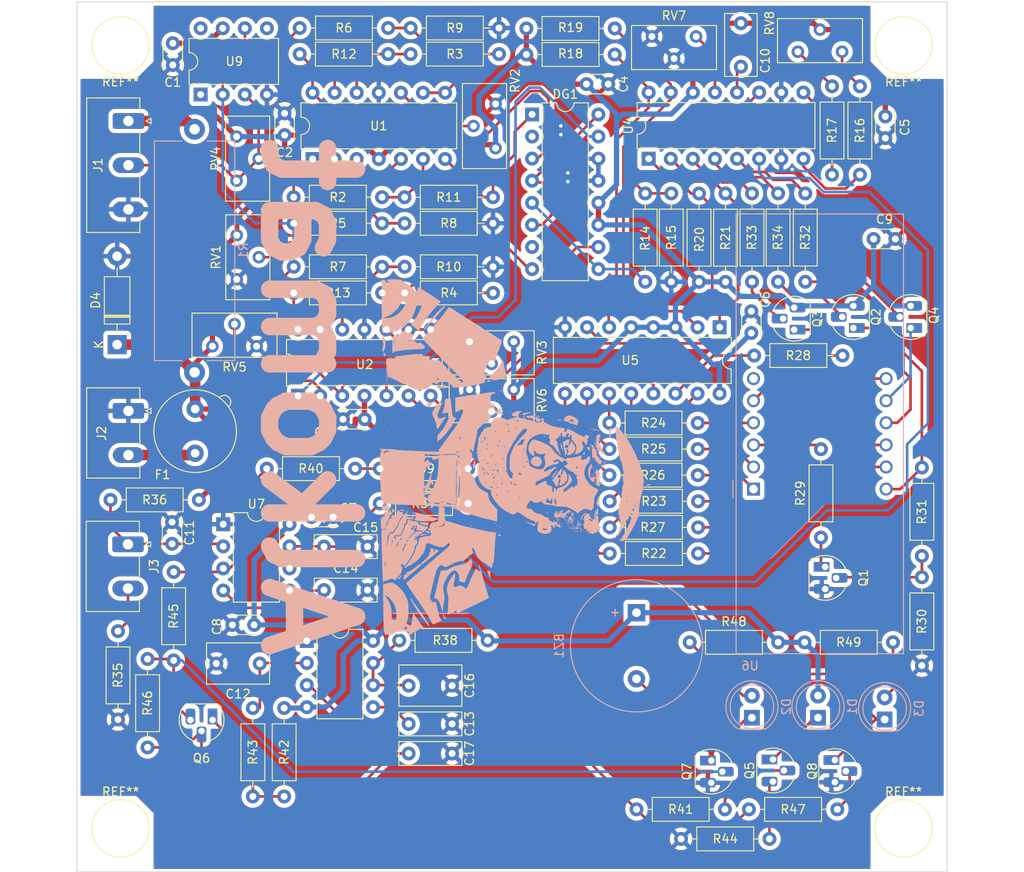
<source format=kicad_pcb>
(kicad_pcb (version 20240108) (generator "pcbnew") (generator_version "8.0")
  (layers (0 "F.Cu" signal) (31 "B.Cu" signal) (34 "B.Paste" user) (35 "F.Paste" user) (36 "B.SilkS" user "B.Silkscreen") (37 "F.SilkS" user "F.Silkscreen") (38 "B.Mask" user) (39 "F.Mask" user) (44 "Edge.Cuts" user))
  (net 0 "")
  (net 1 "+5V")
  (net 2 "Net-(BZ1-+)")
  (net 3 "GND")
  (net 4 "Net-(U4-INTEGR_CAP)")
  (net 5 "Net-(J3-Pin_1)")
  (net 6 "triger")
  (net 7 "Net-(U8-CV)")
  (net 8 "Net-(U7-CV)")
  (net 9 "Net-(U7-DIS)")
  (net 10 "Net-(U8-DIS)")
  (net 11 "Net-(Q6-B)")
  (net 12 "Net-(D1-K)")
  (net 13 "Net-(D2-A)")
  (net 14 "reset")
  (net 15 "Net-(D3-A)")
  (net 16 "signal 1")
  (net 18 "signal 2")
  (net 19 "Net-(DG1-D4)")
  (net 20 "final signal")
  (net 22 "signal 3")
  (net 23 "Net-(DG1-IN2)")
  (net 24 "Net-(DG1-IN1)")
  (net 25 "Net-(J2-Pin_2)")
  (net 26 "Net-(J1-Pin_1)")
  (net 27 "Net-(J1-Pin_2)")
  (net 28 "Net-(J3-Pin_2)")
  (net 29 "Net-(Q1-C)")
  (net 30 "Net-(Q1-B)")
  (net 31 "Net-(Q2-C)")
  (net 32 "Net-(Q2-B)")
  (net 33 "Net-(Q3-C)")
  (net 34 "Net-(Q3-B)")
  (net 35 "Net-(Q4-C)")
  (net 36 "Net-(Q4-B)")
  (net 37 "Net-(Q5-B)")
  (net 38 "Net-(Q5-E)")
  (net 39 "Net-(Q6-C)")
  (net 40 "Net-(Q6-E)")
  (net 41 "Net-(Q8-B)")
  (net 42 "Net-(U1B--)")
  (net 43 "Net-(U1A--)")
  (net 44 "Net-(U1D--)")
  (net 45 "Net-(U1C--)")
  (net 46 "Net-(U2D--)")
  (net 47 "Net-(U2C--)")
  (net 48 "Net-(U1B-+)")
  (net 49 "signal")
  (net 50 "Net-(U1D-+)")
  (net 51 "Net-(U2D-+)")
  (net 52 "Net-(U4-HIGH_INPUT)")
  (net 53 "Net-(R16-Pad1)")
  (net 54 "Net-(R16-Pad2)")
  (net 55 "Net-(R17-Pad1)")
  (net 56 "Net-(R17-Pad2)")
  (net 57 "Net-(U4-Q_{D})")
  (net 58 "Net-(U4-Q_{C})")
  (net 59 "Net-(U4-Q_{B})")
  (net 60 "Net-(U4-Q_{A})")
  (net 61 "Net-(U5-~{a})")
  (net 62 "Net-(U6-A)")
  (net 63 "Net-(U5-~{b})")
  (net 64 "Net-(U6-B)")
  (net 65 "Net-(U5-~{c})")
  (net 66 "Net-(U6-C)")
  (net 67 "Net-(U5-~{d})")
  (net 68 "Net-(U6-D)")
  (net 69 "Net-(U5-~{e})")
  (net 70 "Net-(U6-E)")
  (net 71 "Net-(U5-~{f})")
  (net 72 "Net-(U6-F)")
  (net 73 "Net-(U5-~{g})")
  (net 74 "Net-(U6-G)")
  (net 75 "Net-(U6-DP)")
  (net 76 "Net-(U4-LSD)")
  (net 77 "Net-(U4-NSD)")
  (net 78 "Net-(U4-MSD)")
  (net 79 "hold")
  (net 80 "Net-(U7-Q)")
  (net 81 "Net-(U8-Q)")
  (net 82 "Net-(U1A-+)")
  (net 83 "Net-(U1C-+)")
  (net 84 "Net-(U2C-+)")
  (net 85 "Net-(U2A--)")
  (net 86 "Net-(U2B--)")
  (net 87 "Net-(U4-GAIN_ADJ)")
  (footprint "Resistor_THT:R_Axial_DIN0207_L6.3mm_D2.5mm_P10.16mm_Horizontal" (layer "F.Cu") (at 184.5 103.32 90)
    (property "Reference" "R29")
    (property "Value" "220")
  )
  (footprint "Resistor_THT:R_Axial_DIN0207_L6.3mm_D2.5mm_P10.16mm_Horizontal" (layer "F.Cu") (at 120.8 95.4)
    (property "Reference" "R40")
    (property "Value" "5.6k")
  )
  (footprint "Capacitor_THT:C_Rect_L7.0mm_W2.5mm_P5.00mm" (layer "F.Cu") (at 127.38 104.36)
    (property "Reference" "C15")
    (property "Value" "100u")
  )
  (footprint "Resistor_THT:R_Axial_DIN0207_L6.3mm_D2.5mm_P10.16mm_Horizontal" (layer "F.Cu") (at 137.34 47.75)
    (property "Reference" "R3")
    (property "Value" "47k")
  )
  (footprint "Resistor_THT:R_Axial_DIN0207_L6.3mm_D2.5mm_P10.16mm_Horizontal" (layer "F.Cu") (at 136.64 67.2)
    (property "Reference" "R8")
    (property "Value" "16k")
  )
  (footprint "Resistor_THT:R_Axial_DIN0207_L6.3mm_D2.5mm_P10.16mm_Horizontal" (layer "F.Cu") (at 182.7 63.76 -90)
    (property "Reference" "R32")
    (property "Value" "1k")
  )
  (footprint "Capacitor_THT:C_Disc_D3.0mm_W2.0mm_P2.50mm" (layer "F.Cu") (at 132.06 89.72 180)
    (property "Reference" "C3")
    (property "Value" "100n")
  )
  (footprint "Resistor_THT:R_Axial_DIN0207_L6.3mm_D2.5mm_P10.16mm_Horizontal" (layer "F.Cu") (at 146.8 64.2 180)
    (property "Reference" "R11")
    (property "Value" "16k")
  )
  (footprint "Resistor_THT:R_Axial_DIN0207_L6.3mm_D2.5mm_P10.16mm_Horizontal" (layer "F.Cu") (at 160.18 96.15)
    (property "Reference" "R26")
    (property "Value" "220")
  )
  (footprint "Capacitor_THT:C_Disc_D3.0mm_W2.0mm_P2.50mm" (layer "F.Cu") (at 119.35 113.36 180)
    (property "Reference" "C8")
    (property "Value" "100n")
  )
  (footprint "Capacitor_THT:C_Disc_D3.0mm_W2.0mm_P2.50mm" (layer "F.Cu") (at 109.9175 104.04 90)
    (property "Reference" "C11")
    (property "Value" "100n")
  )
  (footprint "Resistor_THT:R_Axial_DIN0207_L6.3mm_D2.5mm_P10.16mm_Horizontal" (layer "F.Cu") (at 137.34 44.75)
    (property "Reference" "R9")
    (property "Value" "56k")
  )
  (footprint "Capacitor_THT:C_Disc_D3.0mm_W2.0mm_P2.50mm" (layer "F.Cu") (at 125.93 100.96)
    (property "Reference" "C7")
    (property "Value" "100n")
  )
  (footprint "Resistor_THT:R_Axial_DIN0207_L6.3mm_D2.5mm_P10.16mm_Horizontal" (layer "F.Cu") (at 102.8375 98.99)
    (property "Reference" "R36")
    (property "Value" "10k")
  )
  (footprint "Package_TO_SOT_THT:TO-92_HandSolder" (layer "F.Cu") (at 184.98 106.69 -90)
    (property "Reference" "Q1")
    (property "Value" "BC547")
  )
  (footprint "Resistor_THT:R_Axial_DIN0207_L6.3mm_D2.5mm_P10.16mm_Horizontal" (layer "F.Cu") (at 186.38 134.56 180)
    (property "Reference" "R47")
    (property "Value" "4.7k")
  )
  (footprint "Capacitor_THT:C_Disc_D3.0mm_W2.0mm_P2.50mm" (layer "F.Cu") (at 122.85 57.06 90)
    (property "Reference" "C2")
    (property "Value" "100n")
  )
  (footprint "Package_DIP:DIP-8_W7.62mm" (layer "F.Cu") (at 113.2 52.4 90)
    (property "Reference" "U9")
    (property "Value" "MCP601-xP")
  )
  (footprint "Resistor_THT:R_Axial_DIN0207_L6.3mm_D2.5mm_P10.16mm_Horizontal" (layer "F.Cu") (at 173.535 73.93 90)
    (property "Reference" "R21")
    (property "Value" "10k")
  )
  (footprint "Potentiometer_THT:Potentiometer_Bourns_3296Y_Vertical" (layer "F.Cu") (at 117.35 68.56 90)
    (property "Reference" "RV1")
    (property "Value" "10k")
  )
  (footprint "Resistor_THT:R_Axial_DIN0207_L6.3mm_D2.5mm_P10.16mm_Horizontal" (layer "F.Cu") (at 123.9 75.2)
    (property "Reference" "R13")
    (property "Value" "47k")
  )
  (footprint "Connector_Phoenix_MC_HighVoltage:ARK2" (layer "F.Cu") (at 104.9 88.76 -90)
    (property "Reference" "J2")
    (property "Value" "Power_Input")
  )
  (footprint "Resistor_THT:R_Axial_DIN0207_L6.3mm_D2.5mm_P10.16mm_Horizontal" (layer "F.Cu") (at 168.42 137.96)
    (property "Reference" "R44")
    (property "Value" "100")
  )
  (footprint "Package_DIP:DIP-16_W7.62mm" (layer "F.Cu") (at 151.3 54.685)
    (property "Reference" "DG1")
    (property "Value" "~")
  )
  (footprint "Resistor_THT:R_Axial_DIN0207_L6.3mm_D2.5mm_P10.16mm_Horizontal" (layer "F.Cu") (at 103.7 124.24 90)
    (property "Reference" "R35")
    (property "Value" "330")
  )
  (footprint "Potentiometer_THT:Potentiometer_Bourns_3296Y_Vertical" (layer "F.Cu") (at 147.1 58.56 -90)
    (property "Reference" "RV2")
    (property "Value" "10k")
  )
  (footprint "Resistor_THT:R_Axial_DIN0207_L6.3mm_D2.5mm_P10.16mm_Horizontal" (layer "F.Cu") (at 164.3 63.76 -90)
    (property "Reference" "R14")
    (property "Value" "18k")
  )
  (footprint "Resistor_THT:R_Axial_DIN0207_L6.3mm_D2.5mm_P10.16mm_Horizontal" (layer "F.Cu") (at 134.05 67.2 180)
    (property "Reference" "R5")
    (property "Value" "56k")
  )
  (footprint "Package_TO_SOT_THT:TO-92_HandSolder" (layer "F.Cu") (at 181.42 79.43 90)
    (property "Reference" "Q3")
    (property "Value" "BC557")
  )
  (footprint "Connector_Phoenix_MC_HighVoltage:ARK3" (layer "F.Cu") (at 104.9 55.44 -90)
    (property "Reference" "J1")
    (property "Value" "Sensor input")
  )
  (footprint "Capacitor_THT:C_Disc_D3.0mm_W2.0mm_P2.50mm" (layer "F.Cu") (at 110 46.5 -90)
    (property "Reference" "C1")
    (property "Value" "100n")
  )
  (footprint "Potentiometer_THT:Potentiometer_Bourns_3296Y_Vertical" (layer "F.Cu") (at 170.15 45.725)
    (property "Reference" "RV7")
    (property "Value" "25k")
  )
  (footprint "Resistor_THT:R_Axial_DIN0207_L6.3mm_D2.5mm_P10.16mm_Horizontal" (layer "F.Cu") (at 185.775 51.45 -90)
    (property "Reference" "R17")
    (property "Value" "20k")
  )
  (footprint "Resistor_THT:R_Axial_DIN0207_L6.3mm_D2.5mm_P10.16mm_Horizontal" (layer "F.Cu") (at 160.22 102.15)
    (property "Reference" "R27")
    (property "Value" "220")
  )
  (footprint "Resistor_THT:R_Axial_DIN0207_L6.3mm_D2.5mm_P10.16mm_Horizontal" (layer "F.Cu") (at 124.59 47.75)
    (property "Reference" "R12")
    (property "Value" "56k")
  )
  (footprint "Resistor_THT:R_Axial_DIN0207_L6.3mm_D2.5mm_P10.16mm_Horizontal" (layer "F.Cu") (at 179.575 63.76 -90)
    (property "Reference" "R34")
    (property "Value" "1k")
  )
  (footprint "Resistor_THT:R_Axial_DIN0207_L6.3mm_D2.5mm_P10.16mm_Horizontal" (layer "F.Cu") (at 122.8 133.08 90)
    (property "Reference" "R42")
    (property "Value" "100k")
  )
  (footprint "Resistor_THT:R_Axial_DIN0207_L6.3mm_D2.5mm_P10.16mm_Horizontal" (layer "F.Cu") (at 176.82 82.4)
    (property "Reference" "R28")
    (property "Value" "220")
  )
  (footprint "Potentiometer_THT:Potentiometer_Bourns_3296Y_Vertical" (layer "F.Cu") (at 149.19 86.31)
    (property "Reference" "RV6")
    (property "Value" "10k")
  )
  (footprint "Resistor_THT:R_Axial_DIN0207_L6.3mm_D2.5mm_P10.16mm_Horizontal" (layer "F.Cu") (at 119.2 122.92 -90)
    (property "Reference" "R43")
    (property "Value" "47")
  )
  (footprint "Resistor_THT:R_Axial_DIN0207_L6.3mm_D2.5mm_P10.16mm_Horizontal" (layer "F.Cu") (at 133.8 95.4)
    (property "Reference" "R39")
    (property "Value" "16k")
  )
  (footprint "Resistor_THT:R_Axial_DIN0207_L6.3mm_D2.5mm_P10.16mm_Horizontal" (layer "F.Cu") (at 134.06 72.2 180)
    (property "Reference" "R7")
    (property "Value" "10k")
  )
  (footprint "MountingHole:MountingHole_3.2mm_M3_with_round" (layer "F.Cu") (at 194 136.75)
    (property "Reference" "REF**")
    (property "Value" "MountingHole_3.2mm_M3_with_round")
  )
  (footprint "Package_TO_SOT_THT:TO-92_HandSolder" (layer "F.Cu") (at 178.98 128.83 -90)
    (property "Reference" "Q5")
    (property "Value" "BC557")
  )
  (footprint "Capacitor_THT:C_Disc_D3.0mm_W2.0mm_P2.50mm" (layer "F.Cu") (at 191.9 54.91 -90)
    (property "Reference" "C5")
    (property "Value" "100n")
  )
  (footprint "Package_DIP:DIP-16_W7.62mm" (layer "F.Cu") (at 172.855 79.15 -90)
    (property "Reference" "U5")
    (property "Value" "7447")
  )
  (footprint "Resistor_THT:R_Axial_DIN0207_L6.3mm_D2.5mm_P10.16mm_Horizontal" (layer "F.Cu") (at 176.575 63.76 -90)
    (property "Reference" "R33")
    (property "Value" "1k")
  )
  (footprint "Resistor_THT:R_Axial_DIN0207_L6.3mm_D2.5mm_P10.16mm_Horizontal" (layer "F.Cu") (at 167.3 63.76 -90)
    (property "Reference" "R15")
    (property "Value" "2k")
  )
  (footprint "Capacitor_THT:C_Rect_L7.0mm_W2.5mm_P5.00mm" (layer "F.Cu") (at 137.11 128.14)
    (property "Reference" "C17")
    (property "Value" "100n")
  )
  (footprint "Resistor_THT:R_Axial_DIN0207_L6.3mm_D2.5mm_P10.16mm_Horizontal" (layer "F.Cu") (at 136.03 115.14)
    (property "Reference" "R38")
    (property "Value" "62k")
  )
  (footprint "Resistor_THT:R_Axial_DIN0207_L6.3mm_D2.5mm_P10.16mm_Horizontal" (layer "F.Cu") (at 173.46 134.56 180)
    (property "Reference" "R41")
    (property "Value" "4.7k")
  )
  (footprint "Package_TO_SOT_THT:TO-92_HandSolder" (layer "F.Cu") (at 188.22 79.23 90)
    (property "Reference" "Q2")
    (property "Value" "BC557")
  )
  (footprint "Capacitor_THT:C_Disc_D3.0mm_W2.0mm_P2.50mm" (layer "F.Cu") (at 190.55 69)
    (property "Reference" "C9")
    (property "Value" "100n")
  )
  (footprint "Potentiometer_THT:Potentiometer_Bourns_3296Y_Vertical" (layer "F.Cu") (at 114.55 81.335 180)
    (property "Reference" "RV5")
    (property "Value" "10k")
  )
  (footprint "Package_DIP:DIP-14_W7.62mm" (layer "F.Cu") (at 126.06 59.81 90)
    (property "Reference" "U1")
    (property "Value" "MCP6004")
  )
  (footprint "Resistor_THT:R_Axial_DIN0207_L6.3mm_D2.5mm_P10.16mm_Horizontal" (layer "F.Cu") (at 134.75 44.75 180)
    (property "Reference" "R6")
    (property "Value" "47k")
  )
  (footprint "MountingHole:MountingHole_3.2mm_M3_with_round" (layer "F.Cu") (at 194 46.75 180)
    (property "Reference" "REF**")
    (property "Value" "MountingHole_3.2mm_M3_with_round")
  )
  (footprint "Package_DIP:DIP-8_W7.62mm" (layer "F.Cu") (at 115.7975 101.79)
    (property "Reference" "U7")
    (property "Value" "NE555P")
  )
  (footprint "Package_DIP:DIP-16_W7.62mm" (layer "F.Cu") (at 164.7 59.78 90)
    (property "Reference" "U4")
    (property "Value" "C520D")
  )
  (footprint "Package_DIP:DIP-8_W7.62mm" (layer "F.Cu") (at 125.4 115.2)
    (property "Reference" "U8")
    (property "Value" "NE555P")
  )
  (footprint "Package_TO_SOT_THT:TO-92_HandSolder" (layer "F.Cu") (at 186.1 128.9 -90)
    (property "Reference" "Q8")
    (property "Value" "BC547")
  )
  (footprint "Resistor_THT:R_Axial_DIN0207_L6.3mm_D2.5mm_P10.16mm_Horizontal" (layer "F.Cu") (at 136.65 72.2)
    (property "Reference" "R10")
    (property "Value" "47k")
  )
  (footprint "Resistor_THT:R_Axial_DIN0207_L6.3mm_D2.5mm_P10.16mm_Horizontal" (layer "F.Cu") (at 133.8 99.4)
    (property "Reference" "R37")
    (property "Value" "43k")
  )
  (footprint "Resistor_THT:R_Axial_DIN0207_L6.3mm_D2.5mm_P10.16mm_Horizontal" (layer "F.Cu") (at 170.485 73.93 90)
    (property "Reference" "R20")
    (property "Value" "10k")
  )
  (footprint "Diode_THT:D_DO-41_SOD81_P10.16mm_Horizontal" (layer "F.Cu") (at 103.6 81.14 90)
    (property "Reference" "D4")
    (property "Value" "1N4007")
  )
  (footprint "Package_TO_SOT_THT:TO-92_HandSolder" (layer "F.Cu") (at 114.57 124.29 180)
    (property "Reference" "Q6")
    (property "Value" "BC547")
  )
  (footprint "Resistor_THT:R_Axial_DIN0207_L6.3mm_D2.5mm_P10.16mm_Horizontal" (layer "F.Cu") (at 188.975 51.45 -90)
    (property "Reference" "R16")
    (property "Value" "20k")
  )
  (footprint "MountingHole:MountingHole_3.2mm_M3_with_round" (layer "F.Cu") (at 104 136.75)
    (property "Reference" "REF**")
    (property "Value" "MountingHole_3.2mm_M3_with_round")
  )
  (footprint "Resistor_THT:R_Axial_DIN0207_L6.3mm_D2.5mm_P10.16mm_Horizontal" (layer "F.Cu") (at 160.22 105.15)
    (property "Reference" "R22")
    (property "Value" "220")
  )
  (footprint "Resistor_THT:R_Axial_DIN0207_L6.3mm_D2.5mm_P10.16mm_Horizontal" (layer "F.Cu") (at 160.18 93.15)
    (property "Reference" "R25")
    (property "Value" "220")
  )
  (footprint "Capacitor_THT:C_Rect_L7.0mm_W4.5mm_P5.00mm" (layer "F.Cu") (at 137.11 120.34)
    (property "Reference" "C16")
    (property "Value" "470u")
  )
  (footprint "Resistor_THT:R_Axial_DIN0207_L6.3mm_D2.5mm_P10.16mm_Horizontal" (layer "F.Cu") (at 169.42 115.36)
    (property "Reference" "R48")
    (property "Value" "100")
  )
  (footprint "Resistor_THT:R_Axial_DIN0207_L6.3mm_D2.5mm_P10.16mm_Horizontal" (layer "F.Cu") (at 136.65 75.2)
    (property "Reference" "R4")
    (property "Value" "10k")
  )
  (footprint "Package_TO_SOT_THT:TO-92_HandSolder" (layer "F.Cu") (at 171.9 128.96 -90)
    (property "Reference" "Q7")
    (property "Value" "BC547")
  )
  (footprint "Capacitor_THT:C_Disc_D3.0mm_W2.0mm_P2.50mm" (layer "F.Cu") (at 157.55 51.2)
    (property "Reference" "C4")
    (property "Value" "100n")
  )
  (footprint "Package_TO_SOT_THT:TO-92_HandSolder" (layer "F.Cu") (at 194.82 79.23 90)
    (property "Reference" "Q4")
    (property "Value" "BC557")
  )
  (footprint "Resistor_THT:R_Axial_DIN0207_L6.3mm_D2.5mm_P10.16mm_Horizontal" (layer "F.Cu") (at 150.64 44.8)
    (property "Reference" "R19")
    (property "Value" "10k")
  )
  (footprint "Resistor_THT:R_Axial_DIN0207_L6.3mm_D2.5mm_P10.16mm_Horizontal" (layer "F.Cu") (at 196.1 118.04 90)
    (property "Reference" "R30")
    (property "Value" "330")
  )
  (footprint "Capacitor_THT:C_Disc_D3.0mm_W2.0mm_P2.50mm" (layer "F.Cu") (at 176.5 79.81 90)
    (property "Reference" "C6")
    (property "Value" "100n")
  )
  (footprint "Potentiometer_THT:Potentiometer_Bourns_3296Y_Vertical" (layer "F.Cu") (at 149.19 80.81)
    (property "Reference" "RV3")
    (property "Value" "10k")
  )
  (footprint "Potentiometer_THT:Potentiometer_Bourns_3296Y_Vertical" (layer "F.Cu") (at 181.85 47.475 180)
    (property "Reference" "RV8")
    (property "Value" "10k")
  )
  (footprint "Package_DIP:DIP-14_W7.62mm" (layer "F.Cu") (at 124.4 87.02 90)
    (property "Reference" "U2")
    (property "Value" "MCP6004")
  )
  (footprint "Resistor_THT:R_Axial_DIN0207_L6.3mm_D2.5mm_P10.16mm_Horizontal" (layer "F.Cu") (at 192.78 115.36 180)
    (property "Reference" "R49")
    (property "Value" "100")
  )
  (footprint "MountingHole:MountingHole_3.2mm_M3_with_round" (layer "F.Cu") (at 104 46.75 180)
    (property "Reference" "REF**")
    (property "Value" "MountingHole_3.2mm_M3_with_round")
  )
  (footprint "Fuse:Fuseholder_TR5_Littelfuse_No560_No460" (layer "F.Cu") (at 112.5575 93.63 90)
    (property "Reference" "F1")
    (property "Value" "1A")
  )
  (footprint "Resistor_THT:R_Axial_DIN0207_L6.3mm_D2.5mm_P10.16mm_Horizontal" (layer "F.Cu") (at 150.64 47.8)
    (property "Reference" "R18")
    (property "Value" "10k")
  )
  (footprint "Capacitor_THT:C_Rect_L7.0mm_W4.5mm_P5.00mm" (layer "F.Cu") (at 120 117.8 180)
    (property "Reference" "C12")
    (property "Value" "470n")
  )
  (footprint "Resistor_THT:R_Axial_DIN0207_L6.3mm_D2.5mm_P10.16mm_Horizontal" (layer "F.Cu") (at 134.05 64.2 180)
    (property "Reference" "R2")
    (property "Value" "56k")
  )
  (footprint "Resistor_THT:R_Axial_DIN0207_L6.3mm_D2.5mm_P10.16mm_Horizontal" (layer "F.Cu") (at 107.1 127.44 90)
    (property "Reference" "R46")
    (property "Value" "100k")
  )
  (footprint "Resistor_THT:R_Axial_DIN0207_L6.3mm_D2.5mm_P10.16mm_Horizontal" (layer "F.Cu") (at 196.1 105.44 90)
    (property "Reference" "R31")
    (property "Value" "1k")
  )
  (footprint "Capacitor_THT:C_Rect_L7.0mm_W3.5mm_P5.00mm" (layer "F.Cu") (at 175.3 44.2 -90)
    (property "Reference" "C10")
    (property "Value" "330n")
  )
  (footprint "Resistor_THT:R_Axial_DIN0207_L6.3mm_D2.5mm_P10.16mm_Horizontal" (layer "F.Cu") (at 160.22 99.15)
    (property "Reference" "R23")
    (property "Value" "220")
  )
  (footprint "Capacitor_THT:C_Rect_L7.0mm_W2.5mm_P5.00mm" (layer "F.Cu") (at 127.38 109.36)
    (property "Reference" "C14")
    (property "Value" "10n")
  )
  (footprint "Resistor_THT:R_Axial_DIN0207_L6.3mm_D2.5mm_P10.16mm_Horizontal" (layer "F.Cu") (at 160.18 90.15)
    (property "Reference" "R24")
    (property "Value" "220")
  )
  (footprint "Potentiometer_THT:Potentiometer_Bourns_3296Y_Vertical" (layer "F.Cu") (at 117.325 57.23 90)
    (property "Reference" "RV4")
    (property "Value" "200k")
  )
  (footprint "Connector_Phoenix_MC_HighVoltage:ARK2" (layer "F.Cu") (at 104.85 104.0975 -90)
    (property "Reference" "J3")
    (property "Value" "button connector")
  )
  (footprint "Resistor_THT:R_Axial_DIN0207_L6.3mm_D2.5mm_P10.16mm_Horizontal" (layer "F.Cu") (at 110.1 117.44 90)
    (property "Reference" "R45")
    (property "Value" "4.7k")
  )
  (footprint "Capacitor_THT:C_Rect_L7.0mm_W2.5mm_P5.00mm" (layer "F.Cu") (at 137.11 124.74)
    (property "Reference" "C13")
    (property "Value" "10n")
  )
  (footprint "Buzzer_Beeper:Buzzer_15x7.5RM7.6" (layer "B.Cu") (at 163.3 111.96 -90)
    (property "Reference" "BZ1")
    (property "Value" "Buzzer")
  )
  (footprint "LED_THT:LED_D5.0mm" (layer "B.Cu") (at 191.825 124.235 90)
    (property "Reference" "D3")
    (property "Value" "Red")
  )
  (footprint "Resistor_THT:R_Axial_Power_L25.0mm_W9.0mm_P27.94mm" (layer "B.Cu") (at 112.5 84.33 90)
    (property "Reference" "R1")
    (property "Value" "47")
  )
  (footprint "LOGO" (layer "B.Cu") (at 149.4 93.8 90)
    (property "Reference" "G***" (hide yes))
    (property "Value" "LOGO" (hide yes))
  )
  (footprint "LED_THT:LED_D5.0mm" (layer "B.Cu") (at 184.165 124.035 90)
    (property "Reference" "D1")
    (property "Value" "Green")
  )
  (footprint "LED_THT:LED_D5.0mm" (layer "B.Cu") (at 176.565 124.035 90)
    (property "Reference" "D2")
    (property "Value" "Blue")
  )
  (footprint "Display_7Segment:CA56-12EWA" (layer "B.Cu") (at 176.75 97.75)
    (property "Reference" "U6")
    (property "Value" "LED-AT5636BMG")
  )
  (gr_rect (start 99 41.75) (end 199 141.75) (stroke (width 0.1)) (fill none) (layer "Edge.Cuts"))
  (gr_text "Alkomat" (at 119.8 118 -90) (layer "B.SilkS") (effects (font (size 10 10) (thickness 2) (bold yes)) (justify left bottom mirror)))
  (segment (start 146.702 58.162) (end 147.1 58.56) (width 0.6096) (layer "F.Cu") (net 1))
  (segment (start 168.2 46.4) (end 169.78 47.98) (width 0.6096) (layer "F.Cu") (net 1))
  (segment (start 134.54 92.2) (end 140.76 92.2) (width 0.6096) (layer "F.Cu") (net 1))
  (segment (start 115 90.9825) (end 112.5675 88.55) (width 0.6096) (layer "F.Cu") (net 1))
  (segment (start 140.76 92.2) (end 143.96 95.4) (width 0.6096) (layer "F.Cu") (net 1))
  (segment (start 121.20843 88.55) (end 112.5675 88.55) (width 0.6096) (layer "F.Cu") (net 1))
  (segment (start 112.5675 84.3975) (end 112.5 84.33) (width 1.2192) (layer "F.Cu") (net 1))
  (segment (start 143.96 95.4) (end 149.19 90.17) (width 0.6096) (layer "F.Cu") (net 1))
  (segment (start 130.9696 89.72) (end 130.9696 90.303876) (width 0.6096) (layer "F.Cu") (net 1))
  (segment (start 130.93 57.06) (end 122.85 57.06) (width 0.6096) (layer "F.Cu") (net 1))
  (segment (start 124.2475 100.96) (end 123.4175 101.79) (width 0.6096) (layer "F.Cu") (net 1))
  (segment (start 132.06 89.72) (end 134.54 92.2) (width 0.6096) (layer "F.Cu") (net 1))
  (segment (start 135.328 58.162) (end 146.702 58.162) (width 0.6096) (layer "F.Cu") (net 1))
  (segment (start 157.55 51.2) (end 154.04 51.2) (width 0.6096) (layer "F.Cu") (net 1))
  (segment (start 132.02 87.02) (end 132.02 89.68) (width 0.6096) (layer "F.Cu") (net 1))
  (segment (start 188.6 46.4) (end 187.135 44.935) (width 0.6096) (layer "F.Cu") (net 1))
  (segment (start 114.02 46.5) (end 115.74 44.78) (width 0.6096) (layer "F.Cu") (net 1))
  (segment (start 132.06 89.72) (end 130.9696 89.72) (width 0.6096) (layer "F.Cu") (net 1))
  (segment (start 114.3158 54.2208) (end 112.2016 54.2208) (width 0.6096) (layer "F.Cu") (net 1))
  (segment (start 168.2 45) (end 168.2 46.4) (width 0.6096) (layer "F.Cu") (net 1))
  (segment (start 114.55 71.36) (end 117.35 68.56) (width 0.6096) (layer "F.Cu") (net 1))
  (segment (start 112.5 84.33) (end 112.5 83.385) (width 0.6096) (layer "F.Cu") (net 1))
  (segment (start 169.78 47.98) (end 169.78 52.16) (width 0.6096) (layer "F.Cu") (net 1))
  (segment (start 110 46.5) (end 114.02 46.5) (width 0.6096) (layer "F.Cu") (net 1))
  (segment (start 154.04 51.2) (end 150.64 47.8) (width 0.6096) (layer "F.Cu") (net 1))
  (segment (start 149.19 90.17) (end 149.19 86.31) (width 0.6096) (layer "F.Cu") (net 1))
  (segment (start 133.68 59.81) (end 135.328 58.162) (width 0.6096) (layer "F.Cu") (net 1))
  (segment (start 125.93 93.27157) (end 121.20843 88.55) (width 0.6096) (layer "F.Cu") (net 1))
  (segment (start 117.35 66.65) (end 122.85 61.15) (width 0.6096) (layer "F.Cu") (net 1))
  (segment (start 112.9975 98.99) (end 115 96.9875) (width 0.6096) (layer "F.Cu") (net 1))
  (segment (start 191.9 54.91) (end 191.9 51.9) (width 0.6096) (layer "F.Cu") (net 1))
  (segment (start 175.3 44.2) (end 183.655 44.2) (width 0.6096) (layer "F.Cu") (net 1))
  (segment (start 114.02 47.98) (end 114.02 46.5) (width 0.6096) (layer "F.Cu") (net 1))
  (segment (start 132.02 89.68) (end 132.06 89.72) (width 0.6096) (layer "F.Cu") (net 1))
  (segment (start 133.68 59.81) (end 130.93 57.06) (width 0.6096) (layer "F.Cu") (net 1))
  (segment (start 110.8 52.8192) (end 110.8 51.2) (width 0.6096) (layer "F.Cu") (net 1))
  (segment (start 150.64 44.8) (end 150.64 47.8) (width 0.6096) (layer "F.Cu") (net 1))
  (segment (start 112.5675 88.55) (end 112.5675 84.3975) (width 1.2192) (layer "F.Cu") (net 1))
  (segment (start 112.5 83.385) (end 114.55 81.335) (width 0.6096) (layer "F.Cu") (net 1))
  (segment (start 115 96.9875) (end 115 90.9825) (width 0.6096) (layer "F.Cu") (net 1))
  (segment (start 183.655 44.2) (end 184.39 44.935) (width 0.6096) (layer "F.Cu") (net 1))
  (segment (start 191.9 51.9) (end 188.6 48.6) (width 0.6096) (layer "F.Cu") (net 1))
  (segment (start 125.93 100.96) (end 124.2475 100.96) (width 0.6096) (layer "F.Cu") (net 1))
  (segment (start 175.3 44.2) (end 169 44.2) (width 0.6096) (layer "F.Cu") (net 1))
  (segment (start 188.6 48.6) (end 188.6 46.4) (width 0.6096) (layer "F.Cu") (net 1))
  (segment (start 128.001906 93.27157) (end 125.93 93.27157) (width 0.6096) (layer "F.Cu") (net 1))
  (segment (start 117.35 68.56) (end 117.35 66.65) (width 0.6096) (layer "F.Cu") (net 1))
  (segment (start 187.135 44.935) (end 184.39 44.935) (width 0.6096) (layer "F.Cu") (net 1))
  (segment (start 158.92 64.845) (end 158.92 67.385) (width 0.6096) (layer "F.Cu") (net 1))
  (segment (start 169 44.2) (end 168.2 45) (width 0.6096) (layer "F.Cu") (net 1))
  (segment (start 143.96 95.4) (end 143.96 99.4) (width 0.6096) (layer "F.Cu") (net 1))
  (segment (start 114.55 81.335) (end 114.55 71.36) (width 0.6096) (layer "F.Cu") (net 1))
  (segment (start 125.93 95.85) (end 125.93 100.96) (width 0.6096) (layer "F.Cu") (net 1))
  (segment (start 117.325 57.23) (end 114.3158 54.2208) (width 0.6096) (layer "F.Cu") (net 1))
  (segment (start 130.9696 90.303876) (end 128.001906 93.27157) (width 0.6096) (layer "F.Cu") (net 1))
  (segment (start 109.31 81.14) (end 112.5 84.33) (width 1.2192) (layer "F.Cu") (net 1))
  (segment (start 103.6 81.14) (end 109.31 81.14) (width 1.2192) (layer "F.Cu") (net 1))
  (segment (start 112.2016 54.2208) (end 110.8 52.8192) (width 0.6096) (layer "F.Cu") (net 1))
  (segment (start 110.8 51.2) (end 114.02 47.98) (width 0.6096) (layer "F.Cu") (net 1))
  (segment (start 125.93 95.85) (end 125.93 93.27157) (width 0.6096) (layer "F.Cu") (net 1))
  (segment (start 122.85 61.15) (end 122.85 57.06) (width 0.6096) (layer "F.Cu") (net 1))
  (segment (start 176.18 111.96) (end 163.3 111.96) (width 0.6096) (layer "B.Cu") (net 1))
  (segment (start 161 54.65) (end 157.55 51.2) (width 0.6096) (layer "B.Cu") (net 1))
  (segment (start 161 62.765) (end 161 54.65) (width 0.6096) (layer "B.Cu") (net 1))
  (segment (start 143.85 112.8) (end 146.19 115.14) (width 0.6096) (layer "B.Cu") (net 1))
  (segment (start 167.775 79.15) (end 165.235 79.15) (width 0.6096) (layer "B.Cu") (net 1))
  (segment (start 170.485 73.93) (end 173.535 73.93) (width 0.6096) (layer "B.Cu") (net 1))
  (segment (start 181.62 76.69) (end 181.42 76.89) (width 0.6096) (layer "B.Cu") (net 1))
  (segment (start 145.2 52.6) (end 145.2 54.4) (width 0.6096) (layer "B.Cu") (net 1))
  (segment (start 158.845 83) (end 162.695 79.15) (width 0.6096) (layer "B.Cu") (net 1))
  (segment (start 179.58 115.36) (end 182.62 115.36) (width 0.6096) (layer "B.Cu") (net 1))
  (segment (start 150.64 47.8) (end 150 47.8) (width 0.6096) (layer "B.Cu") (net 1))
  (segment (start 170.485 73.93) (end 167.775 76.64) (width 0.6096) (layer "B.Cu") (net 1))
  (segment (start 117.325 57.23) (end 122.68 57.23) (width 0.6096) (layer "B.Cu") (net 1))
  (segment (start 152.5 83) (end 158.845 83) (width 0.6096) (layer "B.Cu") (net 1))
  (segment (start 184.165 121.495) (end 184.165 116.905) (width 0.6096) (layer "B.Cu") (net 1))
  (segment (start 119.35 113.36) (end 119.35 105.8575) (width 0.6096) (layer "B.Cu") (net 1))
  (segment (start 172.08 83.455) (end 172.855 83.455) (width 0.6096) (layer "B.Cu") (net 1))
  (segment (start 162.695 79.15) (end 165.235 79.15) (width 0.6096) (layer "B.Cu") (net 1))
  (segment (start 175.205 75.6) (end 173.535 73.93) (width 0.6096) (layer "B.Cu") (net 1))
  (segment (start 172.855 86.77) (end 172.855 83.455) (width 0.6096) (layer "B.Cu") (net 1))
  (segment (start 190.55 74.36) (end 188.22 76.69) (width 0.6096) (layer "B.Cu") (net 1))
  (segment (start 146.25 115.2) (end 146.19 115.14) (width 0.6096) (layer "B.Cu") (net 1))
  (segment (start 147.1 56.3) (end 147.1 58.56) (width 0.6096) (layer "B.Cu") (net 1))
  (segment (start 181.42 76.89) (end 180.13 75.6) (width 0.6096) (layer "B.Cu") (net 1))
  (segment (start 133.02 115.2) (end 131.18 113.36) (width 0.6096) (layer "B.Cu") (net 1))
  (segment (start 192.88 76.69) (end 190.55 74.36) (width 0.6096) (layer "B.Cu") (net 1))
  (segment (start 167.29 54.65) (end 161.75 54.65) (width 0.6096) (layer "B.Cu") (net 1))
  (segment (start 158.92 67.385) (end 163.94 67.385) (width 0.6096) (layer "B.Cu") (net 1))
  (segment (start 133.02 115.2) (end 135.42 112.8) (width 0.6096) (layer "B.Cu") (net 1))
  (segment (start 169.78 52.16) (end 167.29 54.65) (width 0.6096) (layer "B.Cu") (net 1))
  (segment (start 190.55 69) (end 190.55 74.36) (width 0.6096) (layer "B.Cu") (net 1))
  (segment (start 125.4 122.82) (end 125.42 122.8) (width 0.6096) (layer "B.Cu") (net 1))
  (segment (start 145.2 54.4) (end 147.1 56.3) (width 0.6096) (layer "B.Cu") (net 1))
  (segment (start 125.42 122.8) (end 127.6 122.8) (width 0.6096) (layer "B.Cu") (net 1))
  (segment (start 131.2 115.2) (end 133.02 115.2) (width 0.6096) (layer "B.Cu") (net 1))
  (segment (start 135.42 112.8) (end 143.85 112.8) (width 0.6096) (layer "B.Cu") (net 1))
  (segment (start 119.35 105.8575) (end 123.4175 101.79) (width 0.6096) (layer "B.Cu") (net 1))
  (segment (start 160.06 115.2) (end 146.25 115.2) (width 0.6096) (layer "B.Cu") (net 1))
  (segment (start 179.58 115.36) (end 176.18 111.96) (width 0.6096) (layer "B.Cu") (net 1))
  (segment (start 194.82 76.69) (end 192.88 76.69) (width 0.6096) (layer "B.Cu") (net 1))
  (segment (start 184.165 116.905) (end 182.62 115.36) (width 0.6096) (layer "B.Cu") (net 1))
  (segment (start 149.19 86.31) (end 152.5 83) (width 0.6096) (layer "B.Cu") (net 1))
  (segment (start 125.3 122.92) (end 125.4 122.82) (width 0.6096) (layer "B.Cu") (net 1))
  (segment (start 188.22 76.69) (end 181.62 76.69) (width 0.6096) (layer "B.Cu") (net 1))
  (segment (start 158.92 64.845) (end 161 62.765) (width 0.6096) (layer "B.Cu") (net 1))
  (segment (start 122.68 57.23) (end 122.85 57.06) (width 0.6096) (layer "B.Cu") (net 1))
  (segment (start 172.855 83.455) (end 176.5 79.81) (width 0.6096) (layer "B.Cu") (net 1))
  (segment (start 127.6 122.8) (end 129.6 120.8) (width 0.6096) (layer "B.Cu") (net 1))
  (segment (start 180.13 75.6) (end 175.205 75.6) (width 0.6096) (layer "B.Cu") (net 1))
  (segment (start 167.775 76.64) (end 167.775 79.15) (width 0.6096) (layer "B.Cu") (net 1))
  (segment (start 149.19 80.81) (end 149.19 86.31) (width 0.6096) (layer "B.Cu") (net 1))
  (segment (start 163.94 67.385) (end 170.485 73.93) (width 0.6096) (layer "B.Cu") (net 1))
  (segment (start 167.775 79.15) (end 172.08 83.455) (width 0.6096) (layer "B.Cu") (net 1))
  (segment (start 122.8 122.92) (end 125.3 122.92) (width 0.6096) (layer "B.Cu") (net 1))
  (segment (start 129.6 116.8) (end 131.2 115.2) (width 0.6096) (layer "B.Cu") (net 1))
  (segment (start 150 47.8) (end 145.2 52.6) (width 0.6096) (layer "B.Cu") (net 1))
  (segment (start 163.3 111.96) (end 160.06 115.2) (width 0.6096) (layer "B.Cu") (net 1))
  (segment (start 161.75 54.65) (end 161 55.4) (width 0.6096) (layer "B.Cu") (net 1))
  (segment (start 131.18 113.36) (end 119.35 113.36) (width 0.6096) (layer "B.Cu") (net 1))
  (segment (start 129.6 120.8) (end 129.6 116.8) (width 0.6096) (layer "B.Cu") (net 1))
  (segment (start 171.9 128.16) (end 171.9 128.96) (width 0.6096) (layer "F.Cu") (net 2))
  (segment (start 176.565 124.035) (end 176.025 124.035) (width 0.3048) (layer "F.Cu") (net 2))
  (segment (start 163.3 119.56) (end 171.9 128.16) (width 0.3048) (layer "F.Cu") (net 2))
  (segment (start 176.025 124.035) (end 171.9 128.16) (width 0.3048) (layer "F.Cu") (net 2))
  (via (at 155.4 62.4) (size 0.8) (drill 0.4) (layers "F.Cu" "B.Cu") (net 3))
  (via (at 181.2 61) (size 0.8) (drill 0.4) (layers "F.Cu" "B.Cu") (net 3))
  (via (at 154.6 56) (size 0.8) (drill 0.4) (layers "F.Cu" "B.Cu") (net 3))
  (via (at 155.4 61.4) (size 0.8) (drill 0.4) (layers "F.Cu" "B.Cu") (net 3))
  (via (at 154.6 57) (size 0.8) (drill 0.4) (layers "F.Cu" "B.Cu") (net 3))
  (segment (start 175.3 49.2) (end 174.86 49.64) (width 0.3048) (layer "F.Cu") (net 4))
  (segment (start 174.86 49.64) (end 174.86 52.16) (width 0.3048) (layer "F.Cu") (net 4))
  (segment (start 115.5075 104.04) (end 115.7975 104.33) (width 0.3048) (layer "F.Cu") (net 5))
  (segment (start 102.8375 98.99) (end 102.8375 102.085) (width 0.3048) (layer "F.Cu") (net 5))
  (segment (start 104.85 104.0975) (end 104.9075 104.04) (width 0.3048) (layer "F.Cu") (net 5))
  (segment (start 104.9075 104.04) (end 109.9175 104.04) (width 0.3048) (layer "F.Cu") (net 5))
  (segment (start 109.9175 104.04) (end 115.5075 104.04) (width 0.3048) (layer "F.Cu") (net 5))
  (segment (start 102.8375 102.085) (end 104.85 104.0975) (width 0.3048) (layer "F.Cu") (net 5))
  (segment (start 120 122.92) (end 120 117.8) (width 0.3048) (layer "F.Cu") (net 6))
  (segment (start 125.4 117.74) (end 120.06 117.74) (width 0.3048) (layer "F.Cu") (net 6))
  (segment (start 120.06 117.74) (end 120 117.8) (width 0.3048) (layer "F.Cu") (net 6))
  (segment (start 133.02 122.82) (end 135.19 122.82) (width 0.3048) (layer "F.Cu") (net 7))
  (segment (start 135.19 122.82) (end 137.11 124.74) (width 0.3048) (layer "F.Cu") (net 7))
  (segment (start 127.33 109.41) (end 127.38 109.36) (width 0.3048) (layer "F.Cu") (net 8))
  (segment (start 123.4175 109.41) (end 127.33 109.41) (width 0.3048) (layer "F.Cu") (net 8))
  (segment (start 127.38 104.36) (end 128.84 104.36) (width 0.3048) (layer "F.Cu") (net 9))
  (segment (start 128.84 104.36) (end 133.8 99.4) (width 0.3048) (layer "F.Cu") (net 9))
  (segment (start 123.4175 104.33) (end 123.4175 106.87) (width 0.3048) (layer "F.Cu") (net 9))
  (segment (start 127.35 104.33) (end 127.38 104.36) (width 0.3048) (layer "F.Cu") (net 9))
  (segment (start 123.4175 104.33) (end 127.35 104.33) (width 0.3048) (layer "F.Cu") (net 9))
  (segment (start 137.05 120.28) (end 137.11 120.34) (width 0.3048) (layer "F.Cu") (net 10))
  (segment (start 133.02 120.28) (end 137.05 120.28) (width 0.3048) (layer "F.Cu") (net 10))
  (segment (start 133.02 117.74) (end 133.43 117.74) (width 0.3048) (layer "F.Cu") (net 10))
  (segment (start 133.43 117.74) (end 136.03 115.14) (width 0.3048) (layer "F.Cu") (net 10))
  (segment (start 133.02 117.74) (end 133.02 120.28) (width 0.3048) (layer "F.Cu") (net 10))
  (segment (start 107.1 127.44) (end 111.42 127.44) (width 0.3048) (layer "F.Cu") (net 11))
  (segment (start 128.3 135.1) (end 117.9 135.1) (width 0.3048) (layer "F.Cu") (net 11))
  (segment (start 117.9 135.1) (end 113.3 130.5) (width 0.3048) (layer "F.Cu") (net 11))
  (segment (start 135.26 128.14) (end 128.3 135.1) (width 0.3048) (layer "F.Cu") (net 11))
  (segment (start 113.3 130.5) (end 113.3 125.56) (width 0.3048) (layer "F.Cu") (net 11))
  (segment (start 111.42 127.44) (end 113.3 125.56) (width 0.3048) (layer "F.Cu") (net 11))
  (segment (start 137.11 128.14) (end 135.26 128.14) (width 0.3048) (layer "F.Cu") (net 11))
  (segment (start 178.98 128.83) (end 183.775 124.035) (width 0.3048) (layer "F.Cu") (net 12))
  (segment (start 183.775 124.035) (end 184.165 124.035) (width 0.3048) (layer "F.Cu") (net 12))
  (segment (start 169.42 115.36) (end 175.555 121.495) (width 0.3048) (layer "F.Cu") (net 13))
  (segment (start 175.555 121.495) (end 176.565 121.495) (width 0.3048) (layer "F.Cu") (net 13))
  (segment (start 190.765 124.235) (end 191.825 124.235) (width 0.3048) (layer "F.Cu") (net 14))
  (segment (start 191.825 124.235) (end 190.935 124.235) (width 0.3048) (layer "F.Cu") (net 14))
  (segment (start 159.5228 111.4) (end 117.7875 111.4) (width 0.3048) (layer "F.Cu") (net 14))
  (segment (start 185.7 119) (end 177.9 119) (width 0.3048) (layer "F.Cu") (net 14))
  (segment (start 117.7875 111.4) (end 115.7975 109.41) (width 0.3048) (layer "F.Cu") (net 14))
  (segment (start 168.3 109.4) (end 161.5228 109.4) (width 0.3048) (layer "F.Cu") (net 14))
  (segment (start 186.1 128.9) (end 190.765 124.235) (width 0.3048) (layer "F.Cu") (net 14))
  (segment (start 161.5228 109.4) (end 159.5228 111.4) (width 0.3048) (layer "F.Cu") (net 14))
  (segment (start 190.935 124.235) (end 185.7 119) (width 0.3048) (layer "F.Cu") (net 14))
  (segment (start 177.9 119) (end 168.3 109.4) (width 0.3048) (layer "F.Cu") (net 14))
  (segment (start 192.78 115.36) (end 192.78 120.74) (width 0.3048) (layer "F.Cu") (net 15))
  (segment (start 192.78 120.74) (end 191.825 121.695) (width 0.3048) (layer "F.Cu") (net 15))
  (segment (start 145.69 64.2) (end 146.8 64.2) (width 0.3048) (layer "F.Cu") (net 16))
  (segment (start 149.3 56.685) (end 149.3 59.3) (width 0.3048) (layer "F.Cu") (net 16))
  (segment (start 141.3 59.81) (end 145.69 64.2) (width 0.3048) (layer "F.Cu") (net 16))
  (segment (start 149.3 59.3) (end 146.8 61.8) (width 0.3048) (layer "F.Cu") (net 16))
  (segment (start 151.3 54.685) (end 149.3 56.685) (width 0.3048) (layer "F.Cu") (net 16))
  (segment (start 146.8 61.8) (end 146.8 64.2) (width 0.3048) (layer "F.Cu") (net 16))
  (segment (start 152.3 52) (end 151.1 52) (width 0.3048) (layer "F.Cu") (net 18))
  (segment (start 151.935 59.765) (end 153.2 58.5) (width 0.3048) (layer "F.Cu") (net 18))
  (segment (start 139.8 57.4) (end 137.4 55) (width 0.3048) (layer "F.Cu") (net 18))
  (segment (start 153.2 52.9) (end 152.3 52) (width 0.3048) (layer "F.Cu") (net 18))
  (segment (start 124.59 47.75) (end 126.06 49.22) (width 0.3048) (layer "F.Cu") (net 18))
  (segment (start 126.06 49.22) (end 126.06 52.19) (width 0.3048) (layer "F.Cu") (net 18))
  (segment (start 145.7 57.4) (end 139.8 57.4) (width 0.3048) (layer "F.Cu") (net 18))
  (segment (start 137.4 55) (end 128.87 55) (width 0.3048) (layer "F.Cu") (net 18))
  (segment (start 128.87 55) (end 126.06 52.19) (width 0.3048) (layer "F.Cu") (net 18))
  (segment (start 151.3 59.765) (end 151.935 59.765) (width 0.3048) (layer "F.Cu") (net 18))
  (segment (start 151.1 52) (end 145.7 57.4) (width 0.3048) (layer "F.Cu") (net 18))
  (segment (start 153.2 58.5) (end 153.2 52.9) (width 0.3048) (layer "F.Cu") (net 18))
  (segment (start 153.5 66.3) (end 153.5 63.5) (width 0.3048) (layer "F.Cu") (net 19))
  (segment (start 151.3 62.305) (end 158.92 54.685) (width 0.3048) (layer "F.Cu") (net 19))
  (segment (start 153.5 63.5) (end 152.5 62.5) (width 0.3048) (layer "F.Cu") (net 19))
  (segment (start 151.3 67.385) (end 152.415 67.385) (width 0.3048) (layer "F.Cu") (net 19))
  (segment (start 152.415 67.385) (end 153.5 66.3) (width 0.3048) (layer "F.Cu") (net 19))
  (segment (start 151.495 62.5) (end 151.3 62.305) (width 0.3048) (layer "F.Cu") (net 19))
  (segment (start 152.5 62.5) (end 151.495 62.5) (width 0.3048) (layer "F.Cu") (net 19))
  (segment (start 162.845 72.465) (end 164.3 73.92) (width 0.3048) (layer "B.Cu") (net 20))
  (segment (start 158.92 72.465) (end 162.845 72.465) (width 0.3048) (layer "B.Cu") (net 20))
  (segment (start 151.3 64.845) (end 158.92 72.465) (width 0.3048) (layer "B.Cu") (net 20))
  (segment (start 123.9 75.2) (end 123.9 78.9) (width 0.3048) (layer "F.Cu") (net 22))
  (segment (start 147.6 69.1) (end 130 69.1) (width 0.3048) (layer "F.Cu") (net 22))
  (segment (start 150.965 72.465) (end 147.6 69.1) (width 0.3048) (layer "F.Cu") (net 22))
  (segment (start 151.3 72.465) (end 150.965 72.465) (width 0.3048) (layer "F.Cu") (net 22))
  (segment (start 130 69.1) (end 123.9 75.2) (width 0.3048) (layer "F.Cu") (net 22))
  (segment (start 123.9 78.9) (end 124.4 79.4) (width 0.3048) (layer "F.Cu") (net 22))
  (segment (start 156.475 69.925) (end 152.7904 73.6096) (width 0.3048) (layer "F.Cu") (net 23))
  (segment (start 152.7904 80.0096) (end 144.7 88.1) (width 0.3048) (layer "F.Cu") (net 23))
  (segment (start 144.7 88.1) (end 140.72 88.1) (width 0.3048) (layer "F.Cu") (net 23))
  (segment (start 152.7904 73.6096) (end 152.7904 80.0096) (width 0.3048) (layer "F.Cu") (net 23))
  (segment (start 158.92 69.925) (end 156.475 69.925) (width 0.3048) (layer "F.Cu") (net 23))
  (segment (start 140.72 88.1) (end 139.64 87.02) (width 0.3048) (layer "F.Cu") (net 23))
  (segment (start 157.825 57.225) (end 152.2 51.6) (width 0.3048) (layer "B.Cu") (net 24))
  (segment (start 149.4 76) (end 147.4 78) (width 0.3048) (layer "B.Cu") (net 24))
  (segment (start 158.92 57.225) (end 157.825 57.225) (width 0.3048) (layer "B.Cu") (net 24))
  (segment (start 139.2 83.2) (end 128.22 83.2) (width 0.3048) (layer "B.Cu") (net 24))
  (segment (start 147.4 78) (end 144.4 78) (width 0.3048) (layer "B.Cu") (net 24))
  (segment (start 151 51.6) (end 149.4 53.2) (width 0.3048) (layer "B.Cu") (net 24))
  (segment (start 149.4 53.2) (end 149.4 76) (width 0.3048) (layer "B.Cu") (net 24))
  (segment (start 152.2 51.6) (end 151 51.6) (width 0.3048) (layer "B.Cu") (net 24))
  (segment (start 128.22 83.2) (end 124.4 87.02) (width 0.3048) (layer "B.Cu") (net 24))
  (segment (start 144.4 78) (end 139.2 83.2) (width 0.3048) (layer "B.Cu") (net 24))
  (segment (start 112.3475 93.84) (end 112.5575 93.63) (width 1.2192) (layer "F.Cu") (net 25))
  (segment (start 104.9 93.84) (end 112.3475 93.84) (width 1.2192) (layer "F.Cu") (net 25))
  (segment (start 111.55 55.44) (end 112.5 56.39) (width 1.2192) (layer "F.Cu") (net 26))
  (segment (start 104.9 55.44) (end 111.55 55.44) (width 1.2192) (layer "F.Cu") (net 26))
  (segment (start 118.28 52.4) (end 119.865 53.985) (width 0.3048) (layer "F.Cu") (net 27))
  (segment (start 104.9 60.52) (end 115.535 60.52) (width 0.3048) (layer "F.Cu") (net 27))
  (segment (start 115.535 60.52) (end 117.325 62.31) (width 0.3048) (layer "F.Cu") (net 27))
  (segment (start 119.865 59.77) (end 117.325 62.31) (width 0.3048) (layer "F.Cu") (net 27))
  (segment (start 119.865 53.985) (end 119.865 59.77) (width 0.3048) (layer "F.Cu") (net 27))
  (segment (start 104.85 109.1775) (end 104.85 112.93) (width 0.3048) (layer "F.Cu") (net 28))
  (segment (start 104.85 112.93) (end 103.7 114.08) (width 0.3048) (layer "F.Cu") (net 28))
  (segment (start 184.5 103.32) (end 184.5 106.21) (width 0.3048) (layer "F.Cu") (net 29))
  (segment (start 184.5 106.21) (end 184.98 106.69) (width 0.3048) (layer "F.Cu") (net 29))
  (segment (start 196.1 105.44) (end 196.1 107.88) (width 0.3048) (layer "F.Cu") (net 30))
  (segment (start 186.33 107.88) (end 196.1 107.88) (width 0.3048) (layer "F.Cu") (net 30))
  (segment (start 186.25 107.96) (end 186.33 107.88) (width 0.3048) (layer "F.Cu") (net 30))
  (segment (start 196.1 84.2) (end 196.1 95.28) (width 0.3048) (layer "F.Cu") (net 31))
  (segment (start 188.22 79.23) (end 191.13 79.23) (width 0.3048) (layer "F.Cu") (net 31))
  (segment (start 191.13 79.23) (end 196.1 84.2) (width 0.3048) (layer "F.Cu") (net 31))
  (segment (start 191.99 97.75) (end 193.63 97.75) (width 0.3048) (layer "F.Cu") (net 31))
  (segment (start 193.63 97.75) (end 196.1 95.28) (width 0.3048) (layer "F.Cu") (net 31))
  (segment (start 179.575 73.92) (end 181.255 75.6) (width 0.3048) (layer "F.Cu") (net 32))
  (segment (start 181.255 75.6) (end 184.59 75.6) (width 0.3048) (layer "F.Cu") (net 32))
  (segment (start 184.59 75.6) (end 186.95 77.96) (width 0.3048) (layer "F.Cu") (net 32))
  (segment (start 190.5 80.7) (end 194.8 85) (width 0.3048) (layer "F.Cu") (net 33))
  (segment (start 194.8 88.6) (end 193.27 90.13) (width 0.3048) (layer "F.Cu") (net 33))
  (segment (start 193.27 90.13) (end 191.99 90.13) (width 0.3048) (layer "F.Cu") (net 33))
  (segment (start 183.63 79.43) (end 184.9 80.7) (width 0.3048) (layer "F.Cu") (net 33))
  (segment (start 181.42 79.43) (end 183.63 79.43) (width 0.3048) (layer "F.Cu") (net 33))
  (segment (start 194.8 85) (end 194.8 88.6) (width 0.3048) (layer "F.Cu") (net 33))
  (segment (start 184.9 80.7) (end 190.5 80.7) (width 0.3048) (layer "F.Cu") (net 33))
  (segment (start 179.66 78.16) (end 180.15 78.16) (width 0.3048) (layer "F.Cu") (net 34))
  (segment (start 176.575 73.92) (end 176.575 75.075) (width 0.3048) (layer "F.Cu") (net 34))
  (segment (start 176.575 75.075) (end 179.66 78.16) (width 0.3048) (layer "F.Cu") (net 34))
  (segment (start 194.8 84.78) (end 191.99 87.59) (width 0.3048) (layer "B.Cu") (net 35))
  (segment (start 194.82 79.23) (end 194.8 79.25) (width 0.3048) (layer "B.Cu") (net 35))
  (segment (start 194.8 79.25) (end 194.8 84.78) (width 0.3048) (layer "B.Cu") (net 35))
  (segment (start 189.51 73.92) (end 193.55 77.96) (width 0.3048) (layer "F.Cu") (net 36))
  (segment (start 182.7 73.92) (end 189.51 73.92) (width 0.3048) (layer "F.Cu") (net 36))
  (segment (start 173.46 133.42863) (end 173.46 134.56) (width 0.3048) (layer "F.Cu") (net 37))
  (segment (start 176.78863 130.1) (end 173.46 133.42863) (width 0.3048) (layer "F.Cu") (net 37))
  (segment (start 180.25 130.1) (end 176.78863 130.1) (width 0.3048) (layer "F.Cu") (net 37))
  (segment (start 178.58 137.96) (end 178.58 131.77) (width 0.3048) (layer "F.Cu") (net 38))
  (segment (start 178.58 131.77) (end 178.98 131.37) (width 0.3048) (layer "F.Cu") (net 38))
  (segment (start 114.57 124.29) (end 119.2 128.92) (width 0.3048) (layer "F.Cu") (net 39))
  (segment (start 119.2 133.08) (end 122.8 133.08) (width 0.3048) (layer "F.Cu") (net 39))
  (segment (start 119.2 128.92) (end 119.2 133.08) (width 0.3048) (layer "F.Cu") (net 39))
  (segment (start 112.03 124.29) (end 110.1 122.36) (width 0.3048) (layer "F.Cu") (net 40))
  (segment (start 110.1 122.36) (end 110.1 117.44) (width 0.3048) (layer "F.Cu") (net 40))
  (segment (start 107.1 117.28) (end 109.94 117.28) (width 0.3048) (layer "F.Cu") (net 40))
  (segment (start 109.94 117.28) (end 110.1 117.44) (width 0.3048) (layer "F.Cu") (net 40))
  (segment (start 173.17 130.23) (end 123.83 130.23) (width 0.3048) (layer "B.Cu") (net 40))
  (segment (start 123.83 130.23) (end 111.04 117.44) (width 0.3048) (layer "B.Cu") (net 40))
  (segment (start 111.04 117.44) (end 110.1 117.44) (width 0.3048) (layer "B.Cu") (net 40))
  (segment (start 187.8 130.6) (end 187.8 133.14) (width 0.3048) (layer "F.Cu") (net 41))
  (segment (start 187.37 130.17) (end 187.8 130.6) (width 0.3048) (layer "F.Cu") (net 41))
  (segment (start 187.8 133.14) (end 186.38 134.56) (width 0.3048) (layer "F.Cu") (net 41))
  (segment (start 136.64 64.2) (end 138.76 62.08) (width 0.3048) (layer "F.Cu") (net 42))
  (segment (start 138.76 62.08) (end 138.76 59.81) (width 0.3048) (layer "F.Cu") (net 42))
  (segment (start 134.05 64.2) (end 136.64 64.2) (width 0.3048) (layer "F.Cu") (net 42))
  (segment (start 123.89 61.98) (end 123.89 64.2) (width 0.3048) (layer "F.Cu") (net 43))
  (segment (start 126.06 59.81) (end 123.89 61.98) (width 0.3048) (layer "F.Cu") (net 43))
  (segment (start 126.06 59.81) (end 128.6 59.81) (width 0.3048) (layer "F.Cu") (net 43))
  (segment (start 134.75 47.75) (end 131.05 47.75) (width 0.3048) (layer "F.Cu") (net 44))
  (segment (start 128.6 50.2) (end 128.6 52.19) (width 0.3048) (layer "F.Cu") (net 44))
  (segment (start 134.75 47.75) (end 137.34 47.75) (width 0.3048) (layer "F.Cu") (net 44))
  (segment (start 131.05 47.75) (end 128.6 50.2) (width 0.3048) (layer "F.Cu") (net 44))
  (segment (start 147.5 47.75) (end 145.74 47.75) (width 0.3048) (layer "F.Cu") (net 45))
  (segment (start 138.76 52.19) (end 141.3 52.19) (width 0.3048) (layer "F.Cu") (net 45))
  (segment (start 145.74 47.75) (end 141.3 52.19) (width 0.3048) (layer "F.Cu") (net 45))
  (segment (start 139 72.85) (end 139 71.4) (width 0.3048) (layer "F.Cu") (net 46))
  (segment (start 126.94 76.26) (end 126.94 79.4) (width 0.3048) (layer "F.Cu") (net 46))
  (segment (start 133 70.2) (end 126.94 76.26) (width 0.3048) (layer "F.Cu") (net 46))
  (segment (start 136.65 75.2) (end 139 72.85) (width 0.3048) (layer "F.Cu") (net 46))
  (segment (start 134.06 75.2) (end 136.65 75.2) (width 0.3048) (layer "F.Cu") (net 46))
  (segment (start 137.8 70.2) (end 133 70.2) (width 0.3048) (layer "F.Cu") (net 46))
  (segment (start 139 71.4) (end 137.8 70.2) (width 0.3048) (layer "F.Cu") (net 46))
  (segment (start 137.1 79.4) (end 139.64 79.4) (width 0.3048) (layer "F.Cu") (net 47))
  (segment (start 146.81 75.2) (end 143.84 75.2) (width 0.3048) (layer "F.Cu") (net 47))
  (segment (start 143.84 75.2) (end 139.64 79.4) (width 0.3048) (layer "F.Cu") (net 47))
  (segment (start 133.93 62.1) (end 133.3 62.1) (width 0.3048) (layer "F.Cu") (net 48))
  (segment (start 134.05 67.2) (end 136.64 67.2) (width 0.3048) (layer "F.Cu") (net 48))
  (segment (start 136.22 59.81) (end 133.93 62.1) (width 0.3048) (layer "F.Cu") (net 48))
  (segment (start 132.1 63.3) (end 132.1 65.25) (width 0.3048) (layer "F.Cu") (net 48))
  (segment (start 133.3 62.1) (end 132.1 63.3) (width 0.3048) (layer "F.Cu") (net 48))
  (segment (start 132.1 65.25) (end 134.05 67.2) (width 0.3048) (layer "F.Cu") (net 48))
  (segment (start 115.74 48.96) (end 118.28 46.42) (width 0.3048) (layer "F.Cu") (net 49))
  (segment (start 134.56 87.02) (end 134.56 85.76) (width 0.3048) (layer "F.Cu") (net 49))
  (segment (start 118.28 46.42) (end 118.28 44.78) (width 0.3048) (layer "F.Cu") (net 49))
  (segment (start 122 79.54) (end 122 74.1) (width 0.3048) (layer "F.Cu") (net 49))
  (segment (start 130.7 84.8) (end 129.48 86.02) (width 0.3048) (layer "F.Cu") (net 49))
  (segment (start 124.59 44.75) (end 122.92 46.42) (width 0.3048) (layer "F.Cu") (net 49))
  (segment (start 129.48 87.02) (end 122 79.54) (width 0.3048) (layer "F.Cu") (net 49))
  (segment (start 122.92 46.42) (end 118.28 46.42) (width 0.3048) (layer "F.Cu") (net 49))
  (segment (start 134.56 85.76) (end 133.6 84.8) (width 0.3048) (layer "F.Cu") (net 49))
  (segment (start 115.74 52.4) (end 115.74 48.96) (width 0.3048) (layer "F.Cu") (net 49))
  (segment (start 122 74.1) (end 123.9 72.2) (width 0.3048) (layer "F.Cu") (net 49))
  (segment (start 133.6 84.8) (end 130.7 84.8) (width 0.3048) (layer "F.Cu") (net 49))
  (segment (start 129.48 86.02) (end 129.48 87.02) (width 0.3048) (layer "F.Cu") (net 49))
  (segment (start 119.5 67.2) (end 123.89 67.2) (width 0.3048) (layer "B.Cu") (net 49))
  (segment (start 123.89 67.2) (end 123.89 72.19) (width 0.3048) (layer "B.Cu") (net 49))
  (segment (start 123.89 72.19) (end 123.9 72.2) (width 0.3048) (layer "B.Cu") (net 49))
  (segment (start 115.74 52.4) (end 115.74 63.44) (width 0.3048) (layer "B.Cu") (net 49))
  (segment (start 115.74 63.44) (end 119.5 67.2) (width 0.3048) (layer "B.Cu") (net 49))
  (segment (start 137.34 44.75) (end 138.5972 46.0072) (width 0.3048) (layer "F.Cu") (net 50))
  (segment (start 138.7 49.8) (end 132 49.8) (width 0.3048) (layer "F.Cu") (net 50))
  (segment (start 139.8 48.7) (end 138.7 49.8) (width 0.3048) (layer "F.Cu") (net 50))
  (segment (start 132 49.8) (end 131.14 50.66) (width 0.3048) (layer "F.Cu") (net 50))
  (segment (start 131.14 50.66) (end 131.14 52.19) (width 0.3048) (layer "F.Cu") (net 50))
  (segment (start 138.5972 46.0072) (end 138.6072 46.0072) (width 0.3048) (layer "F.Cu") (net 50))
  (segment (start 138.6072 46.0072) (end 139.8 47.2) (width 0.3048) (layer "F.Cu") (net 50))
  (segment (start 137.34 44.75) (end 134.75 44.75) (width 0.3048) (layer "F.Cu") (net 50))
  (segment (start 139.8 47.2) (end 139.8 48.7) (width 0.3048) (layer "F.Cu") (net 50))
  (segment (start 129.48 76.78) (end 129.48 79.4) (width 0.3048) (layer "F.Cu") (net 51))
  (segment (start 134.06 72.2) (end 129.48 76.78) (width 0.3048) (layer "F.Cu") (net 51))
  (segment (start 134.06 72.2) (end 136.65 72.2) (width 0.3048) (layer "F.Cu") (net 51))
  (segment (start 171.96 57.6) (end 164 57.6) (width 0.3048) (layer "F.Cu") (net 52))
  (segment (start 164 57.6) (end 162.6 59) (width 0.3048) (layer "F.Cu") (net 52))
  (segment (start 164.3 63.76) (end 167.3 63.76) (width 0.3048) (layer "F.Cu") (net 52))
  (segment (start 177.4 52.16) (end 171.96 57.6) (width 0.3048) (layer "F.Cu") (net 52))
  (segment (start 162.6 59) (end 162.6 62.06) (width 0.3048) (layer "F.Cu") (net 52))
  (segment (start 162.6 62.06) (end 164.3 63.76) (width 0.3048) (layer "F.Cu") (net 52))
  (segment (start 186.93 49.405) (end 188.975 51.45) (width 0.3048) (layer "F.Cu") (net 53))
  (segment (start 186.93 47.475) (end 186.93 49.405) (width 0.3048) (layer "F.Cu") (net 53))
  (segment (start 185 63.2) (end 182.48 60.68) (width 0.3048) (layer "F.Cu") (net 54))
  (segment (start 182.48 60.68) (end 182.48 59.78) (width 0.3048) (layer "F.Cu") (net 54))
  (segment (start 188.975 61.61) (end 187.385 63.2) (width 0.3048) (layer "F.Cu") (net 54))
  (segment (start 187.385 63.2) (end 185 63.2) (width 0.3048) (layer "F.Cu") (net 54))
  (segment (start 185.775 51.4) (end 185.775 51.45) (width 0.3048) (layer "F.Cu") (net 55))
  (segment (start 181.85 47.475) (end 185.775 51.4) (width 0.3048) (layer "F.Cu") (net 55))
  (segment (start 182.48 52.16) (end 185.775 55.455) (width 0.3048) (layer "F.Cu") (net 56))
  (segment (start 185.775 55.455) (end 185.775 61.61) (width 0.3048) (layer "F.Cu") (net 56))
  (segment (start 160.8 47.8) (end 164.7 51.7) (width 0.3048) (layer "F.Cu") (net 57))
  (segment (start 160.155 79.15) (end 160.1 79.095) (width 0.3048) (layer "F.Cu") (net 57))
  (segment (start 161 76.8) (end 161 57.6) (width 0.3048) (layer "F.Cu") (net 57))
  (segment (start 164.7 51.7) (end 164.7 52.16) (width 0.3048) (layer "F.Cu") (net 57))
  (segment (start 161 57.6) (end 164.7 53.9) (width 0.3048) (layer "F.Cu") (net 57))
  (segment (start 164.7 53.9) (end 164.7 52.16) (width 0.3048) (layer "F.Cu") (net 57))
  (segment (start 160.1 79.095) (end 160.1 77.7) (width 0.3048) (layer "F.Cu") (net 57))
  (segment (start 160.1 77.7) (end 161 76.8) (width 0.3048) (layer "F.Cu") (net 57))
  (segment (start 168.465 77.3) (end 170.315 79.15) (width 0.3048) (layer "F.Cu") (net 58))
  (segment (start 160.8 44.8) (end 167.24 51.24) (width 0.3048) (layer "F.Cu") (net 58))
  (segment (start 167.24 52.96) (end 161.8 58.4) (width 0.3048) (layer "F.Cu") (net 58))
  (segment (start 167.24 51.24) (end 167.24 52.16) (width 0.3048) (layer "F.Cu") (net 58))
  (segment (start 161.8 58.4) (end 161.8 73.65295) (width 0.3048) (layer "F.Cu") (net 58))
  (segment (start 165.44705 77.3) (end 168.465 77.3) (width 0.3048) (layer "F.Cu") (net 58))
  (segment (start 167.24 52.16) (end 167.24 52.96) (width 0.3048) (layer "F.Cu") (net 58))
  (segment (start 161.8 73.65295) (end 165.44705 77.3) (width 0.3048) (layer "F.Cu") (net 58))
  (segment (start 166.62 61.7) (end 167.5 61.7) (width 0.3048) (layer "F.Cu") (net 59))
  (segment (start 169.57 63.77) (end 170.485 63.77) (width 0.3048) (layer "F.Cu") (net 59))
  (segment (start 172.855 77.655) (end 172 76.8) (width 0.3048) (layer "F.Cu") (net 59))
  (segment (start 172 65.285) (end 170.485 63.77) (width 0.3048) (layer "F.Cu") (net 59))
  (segment (start 172 76.8) (end 172 65.285) (width 0.3048) (layer "F.Cu") (net 59))
  (segment (start 167.5 61.7) (end 169.57 63.77) (width 0.3048) (layer "F.Cu") (net 59))
  (segment (start 164.7 59.78) (end 166.62 61.7) (width 0.3048) (layer "F.Cu") (net 59))
  (segment (start 172.855 79.15) (end 172.855 77.655) (width 0.3048) (layer "F.Cu") (net 59))
  (segment (start 172.165 62.4) (end 173.535 63.77) (width 0.3048) (layer "F.Cu") (net 60))
  (segment (start 175 75.8) (end 175 65.235) (width 0.3048) (layer "F.Cu") (net 60))
  (segment (start 157.615 79.15) (end 159.465 81) (width 0.3048) (layer "F.Cu") (net 60))
  (segment (start 174.4 80.4) (end 174.4 76.4) (width 0.3048) (layer "F.Cu") (net 60))
  (segment (start 167.24 59.78) (end 169.86 62.4) (width 0.3048) (layer "F.Cu") (net 60))
  (segment (start 173.8 81) (end 174.4 80.4) (width 0.3048) (layer "F.Cu") (net 60))
  (segment (start 175 65.235) (end 173.535 63.77) (width 0.3048) (layer "F.Cu") (net 60))
  (segment (start 169.86 62.4) (end 172.165 62.4) (width 0.3048) (layer "F.Cu") (net 60))
  (segment (start 174.4 76.4) (end 175 75.8) (width 0.3048) (layer "F.Cu") (net 60))
  (segment (start 159.465 81) (end 173.8 81) (width 0.3048) (layer "F.Cu") (net 60))
  (segment (start 158.2 104.3) (end 159.05 105.15) (width 0.3048) (layer "F.Cu") (net 61))
  (segment (start 165.235 86.77) (end 165.235 85.735) (width 0.3048) (layer "F.Cu") (net 61))
  (segment (start 154.4 84.8) (end 153.4 85.8) (width 0.3048) (layer "F.Cu") (net 61))
  (segment (start 158.2 96.5) (end 158.2 104.3) (width 0.3048) (layer "F.Cu") (net 61))
  (segment (start 153.4 91.7) (end 158.2 96.5) (width 0.3048) (layer "F.Cu") (net 61))
  (segment (start 165.235 85.735) (end 164.3 84.8) (width 0.3048) (layer "F.Cu") (net 61))
  (segment (start 159.05 105.15) (end 160.22 105.15) (width 0.3048) (layer "F.Cu") (net 61))
  (segment (start 153.4 85.8) (end 153.4 91.7) (width 0.3048) (layer "F.Cu") (net 61))
  (segment (start 164.3 84.8) (end 154.4 84.8) (width 0.3048) (layer "F.Cu") (net 61))
  (segment (start 170.38 105.15) (end 178.45 105.15) (width 0.3048) (layer "F.Cu") (net 62))
  (segment (start 188.39 95.21) (end 191.99 95.21) (width 0.3048) (layer "F.Cu") (net 62))
  (segment (start 178.45 105.15) (end 188.39 95.21) (width 0.3048) (layer "F.Cu") (net 62))
  (segment (start 162.695 96.675) (end 160.22 99.15) (width 0.3048) (layer "F.Cu") (net 63))
  (segment (start 162.695 86.77) (end 162.695 96.675) (width 0.3048) (layer "F.Cu") (net 63))
  (segment (start 170.38 99.15) (end 181.068975 99.15) (width 0.3048) (layer "F.Cu") (net 64))
  (segment (start 186.6 93.618975) (end 186.6 87.3) (width 0.3048) (layer "F.Cu") (net 64))
  (segment (start 186.6 87.3) (end 188.85 85.05) (width 0.3048) (layer "F.Cu") (net 64))
  (segment (start 181.068975 99.15) (end 186.6 93.618975) (width 0.3048) (layer "F.Cu") (net 64))
  (segment (start 188.85 85.05) (end 191.99 85.05) (width 0.3048) (layer "F.Cu") (net 64))
  (segment (start 160.155 86.77) (end 160.155 90.125) (width 0.3048) (layer "F.Cu") (net 65))
  (segment (start 160.155 90.125) (end 160.18 90.15) (width 0.3048) (layer "F.Cu") (net 65))
  (segment (start 170.34 90.15) (end 176.73 90.15) (width 0.3048) (layer "F.Cu") (net 66))
  (segment (start 176.73 90.15) (end 176.75 90.13) (width 0.3048) (layer "F.Cu") (net 66))
  (segment (start 157.615 86.77) (end 157.615 90.585) (width 0.3048) (layer "F.Cu") (net 67))
  (segment (start 157.615 90.585) (end 160.18 93.15) (width 0.3048) (layer "F.Cu") (net 67))
  (segment (start 174.69 93.15) (end 176.75 95.21) (width 0.3048) (layer "F.Cu") (net 68))
  (segment (start 170.34 93.15) (end 174.69 93.15) (width 0.3048) (layer "F.Cu") (net 68))
  (segment (start 155.075 91.075) (end 160.15 96.15) (width 0.3048) (layer "F.Cu") (net 69))
  (segment (start 155.075 86.77) (end 155.075 91.075) (width 0.3048) (layer "F.Cu") (net 69))
  (segment (start 160.15 96.15) (end 160.18 96.15) (width 0.3048) (layer "F.Cu") (net 69))
  (segment (start 170.34 96.15) (end 175.15 96.15) (width 0.3048) (layer "F.Cu") (net 70))
  (segment (start 175.15 96.15) (end 176.75 97.75) (width 0.3048) (layer "F.Cu") (net 70))
  (segment (start 167.6 89.485) (end 167.6 94.77) (width 0.3048) (layer "F.Cu") (net 71))
  (segment (start 170.315 86.77) (end 167.6 89.485) (width 0.3048) (layer "F.Cu") (net 71))
  (segment (start 167.6 94.77) (end 160.22 102.15) (width 0.3048) (layer "F.Cu") (net 71))
  (segment (start 170.38 102.15) (end 179.75 102.15) (width 0.3048) (layer "F.Cu") (net 72))
  (segment (start 189.23 92.67) (end 191.99 92.67) (width 0.3048) (layer "F.Cu") (net 72))
  (segment (start 179.75 102.15) (end 189.23 92.67) (width 0.3048) (layer "F.Cu") (net 72))
  (segment (start 172.145 82.4) (end 167.775 86.77) (width 0.3048) (layer "F.Cu") (net 73))
  (segment (start 176.82 82.4) (end 172.145 82.4) (width 0.3048) (layer "F.Cu") (net 73))
  (segment (start 181.94 82.4) (end 176.75 87.59) (width 0.3048) (layer "F.Cu") (net 74))
  (segment (start 186.98 82.4) (end 181.94 82.4) (width 0.3048) (layer "F.Cu") (net 74))
  (segment (start 176.75 92.67) (end 184.01 92.67) (width 0.3048) (layer "F.Cu") (net 75))
  (segment (start 184.01 92.67) (end 184.5 93.16) (width 0.3048) (layer "F.Cu") (net 75))
  (segment (start 181.14 62.2) (end 182.7 63.76) (width 0.3048) (layer "F.Cu") (net 76))
  (segment (start 174.86 59.78) (end 176.3704 61.2904) (width 0.3048) (layer "F.Cu") (net 76))
  (segment (start 178.0904 61.2904) (end 179 62.2) (width 0.3048) (layer "F.Cu") (net 76))
  (segment (start 176.3704 61.2904) (end 178.0904 61.2904) (width 0.3048) (layer "F.Cu") (net 76))
  (segment (start 179 62.2) (end 181.14 62.2) (width 0.3048) (layer "F.Cu") (net 76))
  (segment (start 169.78 59.98) (end 171.5904 61.7904) (width 0.3048) (layer "F.Cu") (net 77))
  (segment (start 172.417504 61.7904) (end 173.127104 62.5) (width 0.3048) (layer "F.Cu") (net 77))
  (segment (start 175.315 62.5) (end 176.575 63.76) (width 0.3048) (layer "F.Cu") (net 77))
  (segment (start 171.5904 61.7904) (end 172.417504 61.7904) (width 0.3048) (layer "F.Cu") (net 77))
  (segment (start 169.78 59.78) (end 169.78 59.98) (width 0.3048) (layer "F.Cu") (net 77))
  (segment (start 173.127104 62.5) (end 175.315 62.5) (width 0.3048) (layer "F.Cu") (net 77))
  (segment (start 173.8904 61.8904) (end 175.8904 61.8904) (width 0.3048) (layer "F.Cu") (net 78))
  (segment (start 175.8904 61.8904) (end 175.9 61.9) (width 0.3048) (layer "F.Cu") (net 78))
  (segment (start 172.32 59.78) (end 172.32 60.32) (width 0.3048) (layer "F.Cu") (net 78))
  (segment (start 172.32 60.32) (end 173.8904 61.8904) (width 0.3048) (layer "F.Cu") (net 78))
  (segment (start 177.715 61.9) (end 179.575 63.76) (width 0.3048) (layer "F.Cu") (net 78))
  (segment (start 175.9 61.9) (end 177.715 61.9) (width 0.3048) (layer "F.Cu") (net 78))
  (segment (start 130.96 95.4) (end 133.8 95.4) (width 0.3048) (layer "F.Cu") (net 79))
  (segment (start 192.2 100.2) (end 194.404528 97.995472) (width 0.3048) (layer "B.Cu") (net 79))
  (segment (start 196.8 70.325472) (end 190.074528 63.6) (width 0.3048) (layer "B.Cu") (net 79))
  (segment (start 133.8 95.4) (end 146.8 108.4) (width 0.3048) (layer "B.Cu") (net 79))
  (segment (start 196.8 90.2) (end 196.8 70.325472) (width 0.3048) (layer "B.Cu") (net 79))
  (segment (start 183.2 62) (end 178 62) (width 0.3048) (layer "B.Cu") (net 79))
  (segment (start 185.195472 100.2) (end 192.2 100.2) (width 0.3048) (layer "B.Cu") (net 79))
  (segment (start 146.8 108.4) (end 176.995472 108.4) (width 0.3048) (layer "B.Cu") (net 79))
  (segment (start 177.4 61.4) (end 177.4 59.78) (width 0.3048) (layer "B.Cu") (net 79))
  (segment (start 176.995472 108.4) (end 185.195472 100.2) (width 0.3048) (layer "B.Cu") (net 79))
  (segment (start 184.8 63.6) (end 183.2 62) (width 0.3048) (layer "B.Cu") (net 79))
  (segment (start 178 62) (end 177.4 61.4) (width 0.3048) (layer "B.Cu") (net 79))
  (segment (start 194.404528 97.995472) (end 194.404528 92.595472) (width 0.3048) (layer "B.Cu") (net 79))
  (segment (start 194.404528 92.595472) (end 196.8 90.2) (width 0.3048) (layer "B.Cu") (net 79))
  (segment (start 190.074528 63.6) (end 184.8 63.6) (width 0.3048) (layer "B.Cu") (net 79))
  (segment (start 115.3875 107.28) (end 115.7975 106.87) (width 0.3048) (layer "F.Cu") (net 80))
  (segment (start 110.1 107.28) (end 115.3875 107.28) (width 0.3048) (layer "F.Cu") (net 80))
  (segment (start 116.53 106.87) (end 117.6 105.8) (width 0.3048) (layer "F.Cu") (net 80))
  (segment (start 117.6 98.6) (end 120.8 95.4) (width 0.3048) (layer "F.Cu") (net 80))
  (segment (start 115.7975 106.87) (end 116.53 106.87) (width 0.3048) (layer "F.Cu") (net 80))
  (segment (start 117.6 105.8) (end 117.6 98.6) (width 0.3048) (layer "F.Cu") (net 80))
  (segment (start 163.3 134.56) (end 165.04 136.3) (width 0.3048) (layer "F.Cu") (net 81))
  (segment (start 174.48 136.3) (end 176.22 134.56) (width 0.3048) (layer "F.Cu") (net 81))
  (segment (start 165.04 136.3) (end 174.48 136.3) (width 0.3048) (layer "F.Cu") (net 81))
  (segment (start 131.8 126.4) (end 125.68 120.28) (width 0.3048) (layer "F.Cu") (net 81))
  (segment (start 163.3 134.56) (end 155.14 126.4) (width 0.3048) (layer "F.Cu") (net 81))
  (segment (start 125.68 120.28) (end 125.4 120.28) (width 0.3048) (layer "F.Cu") (net 81))
  (segment (start 155.14 126.4) (end 131.8 126.4) (width 0.3048) (layer "F.Cu") (net 81))
  (segment (start 123.46795 69.4) (end 126.8 69.4) (width 0.3048) (layer "F.Cu") (net 82))
  (segment (start 121.76795 71.1) (end 123.46795 69.4) (width 0.3048) (layer "F.Cu") (net 82))
  (segment (start 119.89 71.1) (end 121.76795 71.1) (width 0.3048) (layer "F.Cu") (net 82))
  (segment (start 131.14 65.06) (end 131.14 59.81) (width 0.3048) (layer "F.Cu") (net 82))
  (segment (start 126.8 69.4) (end 131.14 65.06) (width 0.3048) (layer "F.Cu") (net 82))
  (segment (start 136.22 52.19) (end 140.05 56.02) (width 0.3048) (layer "F.Cu") (net 83))
  (segment (start 140.05 56.02) (end 144.56 56.02) (width 0.3048) (layer "F.Cu") (net 83))
  (segment (start 146.65 83.35) (end 138.51 83.35) (width 0.3048) (layer "F.Cu") (net 84))
  (segment (start 138.51 83.35) (end 134.56 79.4) (width 0.3048) (layer "F.Cu") (net 84))
  (segment (start 126 85.3) (end 120.9 85.3) (width 0.3048) (layer "F.Cu") (net 85))
  (segment (start 126.94 87.02) (end 126.94 86.24) (width 0.3048) (layer "F.Cu") (net 85))
  (segment (start 126.94 86.24) (end 126 85.3) (width 0.3048) (layer "F.Cu") (net 85))
  (segment (start 120.9 85.3) (end 117.09 81.49) (width 0.3048) (layer "F.Cu") (net 85))
  (segment (start 117.09 81.49) (end 117.09 78.795) (width 0.3048) (layer "F.Cu") (net 85))
  (segment (start 137.1 87.02) (end 138.93 88.85) (width 0.3048) (layer "F.Cu") (net 86))
  (segment (start 138.93 88.85) (end 146.65 88.85) (width 0.3048) (layer "F.Cu") (net 86))
  (segment (start 172.32 47.895) (end 172.32 52.16) (width 0.3048) (layer "F.Cu") (net 87))
  (segment (start 170.15 45.725) (end 172.32 47.895) (width 0.3048) (layer "F.Cu") (net 87))
  (zone (net 0) (net_name "") (layer "F.Cu") (connect_pads (clearance 0)) (min_thickness 0.25)
    (keepout (tracks allowed) (vias allowed) (pads allowed) (copperpour not_allowed) (footprints allowed))
    (fill (thermal_gap 0.5) (thermal_bridge_width 0.5))
    (polygon (pts (xy 198.6 42.2) (xy 189.8 42.2) (xy 189.8 47.8) (xy 193.4 51.4) (xy 198.6 51.4)))
  )
  (zone (net 0) (net_name "") (layers "F&B.Cu") (connect_pads (clearance 0)) (min_thickness 0.25)
    (keepout (tracks allowed) (vias allowed) (pads allowed) (copperpour not_allowed) (footprints allowed))
    (fill (thermal_gap 0.5) (thermal_bridge_width 0.5))
    (polygon (pts (xy 198.6 141.4) (xy 198.6 133) (xy 192.2 133) (xy 190.2 135) (xy 190.2 141.4)))
  )
  (zone (net 0) (net_name "") (layers "F&B.Cu") (connect_pads (clearance 0)) (min_thickness 0.25)
    (keepout (tracks allowed) (vias allowed) (pads allowed) (copperpour not_allowed) (footprints allowed))
    (fill (thermal_gap 0.5) (thermal_bridge_width 0.5))
    (polygon (pts (xy 99.4 42.2) (xy 99.4 50.6) (xy 105.8 50.6) (xy 107.8 48.6) (xy 107.8 42.2)))
  )
  (zone (net 3) (net_name "GND") (layers "F&B.Cu") (connect_pads (clearance 0.5)) (min_thickness 0.25) (fill yes (thermal_gap 0.5) (thermal_bridge_width 0.5))
    (polygon (pts (xy 99.4 42.2) (xy 99.4 141.4) (xy 198.6 141.4) (xy 198.6 42.2)))
  )
  (zone (net 0) (net_name "") (layers "F&B.Cu") (connect_pads (clearance 0)) (min_thickness 0.25)
    (keepout (tracks allowed) (vias allowed) (pads allowed) (copperpour not_allowed) (footprints allowed))
    (fill (thermal_gap 0.5) (thermal_bridge_width 0.5))
    (polygon (pts (xy 198.6 42.2) (xy 190.2 42.2) (xy 190.2 48.6) (xy 192.2 50.6) (xy 198.6 50.6)))
  )
  (zone (net 0) (net_name "") (layers "F&B.Cu") (connect_pads (clearance 0)) (min_thickness 0.25)
    (keepout (tracks allowed) (vias allowed) (pads allowed) (copperpour not_allowed) (footprints allowed))
    (fill (thermal_gap 0.5) (thermal_bridge_width 0.5))
    (polygon (pts (xy 99.4 141.4) (xy 107.8 141.4) (xy 107.8 135) (xy 105.8 133) (xy 99.4 133)))
  )
)
</source>
